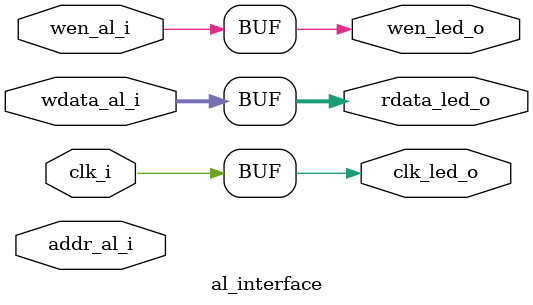
<source format=v>
module al_interface(
    input clk_i,
    input[31:0] addr_al_i,
    input wen_al_i,
    input[31:0] wdata_al_i,

    output clk_led_o,
    output [31:0] rdata_led_o,
    output wire wen_led_o

);


assign clk_led_o = clk_i;
assign rdata_led_o = wdata_al_i;
assign wen_led_o = wen_al_i;



endmodule
</source>
